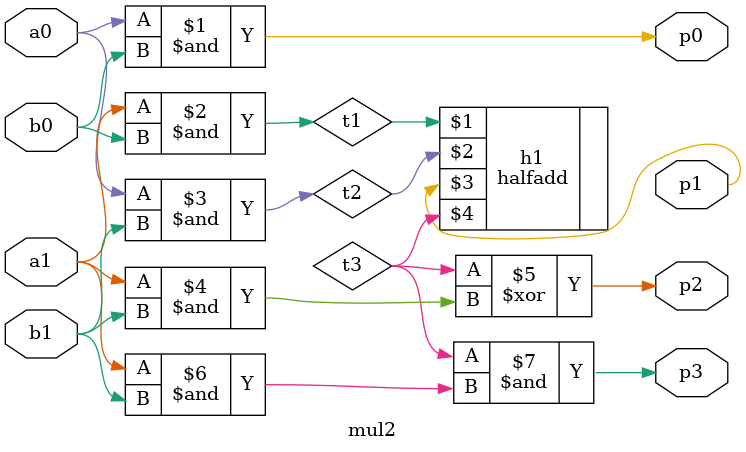
<source format=v>
module mul2(a1,a0,b1,b0,p3,p2,p1,p0);
input a1,a0,b1,b0;
output p3,p2,p1,p0;
wire t1,t2,t3;

assign p0 = a0 & b0;
assign t1 = a1 & b0;
assign t2 = a0 & b1;

halfadd h1(t1,t2,p1,t3);
assign p2 = t3 ^ (a1 & b1);
assign p3 = t3 & (a1 & b1);
endmodule

</source>
